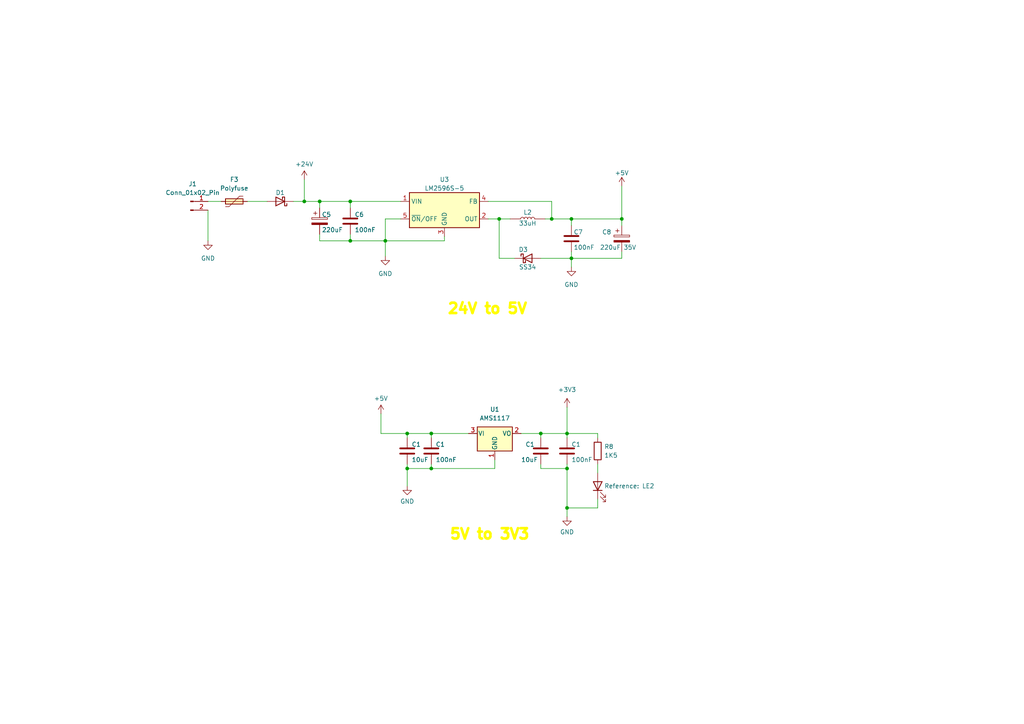
<source format=kicad_sch>
(kicad_sch (version 20230121) (generator eeschema)
  (paper "A4")
  (lib_symbols
    (symbol "Device:D_Schottky" (pin_numbers hide) (pin_names (offset 1.016) hide)
      (property "Reference" "D" (at 0 2.54 0))
      (property "Value" "D_Schottky" (at 0 -2.54 0))
      (symbol "D_Schottky_0_1"
        (polyline (pts (xy 1.27 0) (xy -1.27 0)))
        (polyline (pts (xy 1.27 1.27) (xy 1.27 -1.27) (xy -1.27 0) (xy 1.27 1.27)) (stroke (width 0.254)))
        (polyline (pts (xy -1.905 0.635) (xy -1.905 1.27) (xy -1.27 1.27) (xy -1.27 -1.27) (xy -0.635 -1.27) (xy -0.635 -0.635)) (stroke (width 0.254)))
      )
      (symbol "D_Schottky_1_1"
        (pin passive line (at -3.81 0 0) (length 2.54) (name "K") (number "1"))
        (pin passive line (at 3.81 0 180) (length 2.54) (name "A") (number "2"))
      )
    )
    (symbol "Device:R" (pin_numbers hide) (pin_names (offset 0))
      (property "Reference" "R" (at 2.032 0 90))
      (property "Value" "R" (at 0 0 90))
      (symbol "R_0_1"
        (rectangle (start -1.016 -2.54) (end 1.016 2.54) (stroke (width 0.254)))
      )
      (symbol "R_1_1"
        (pin passive line (at 0 3.81 270) (length 1.27) (name "~") (number "1"))
        (pin passive line (at 0 -3.81 90) (length 1.27) (name "~") (number "2"))
      )
    )
    (symbol "IVS_SYMBOLS:AMS1117" (pin_names (offset 0.254))
      (property "Reference" "U" (at -3.81 3.175 0))
      (property "Value" "AMS1117" (at 0 3.175 0))
      (symbol "AMS1117_0_1"
        (rectangle (start -5.08 -5.08) (end 5.08 1.905) (stroke (width 0.254)) (fill (type background)))
      )
      (symbol "AMS1117_1_1"
        (pin power_in line (at 0 -7.62 90) (length 2.54) (name "GND") (number "1"))
        (pin power_out line (at 7.62 0 180) (length 2.54) (name "VO") (number "2"))
        (pin power_in line (at -7.62 0 0) (length 2.54) (name "VI") (number "3"))
      )
    )
    (symbol "IVS_SYMBOLS:C" (pin_numbers hide) (pin_names (offset 0.254))
      (property "Reference" "C" (at 0.635 2.54 0))
      (property "Value" "C" (at 0.635 -2.54 0))
      (symbol "C_0_1"
        (polyline (pts (xy -2.032 -0.762) (xy 2.032 -0.762)) (stroke (width 0.508)))
        (polyline (pts (xy -2.032 0.762) (xy 2.032 0.762)) (stroke (width 0.508)))
      )
      (symbol "C_1_1"
        (pin passive line (at 0 3.81 270) (length 2.794) (name "~") (number "1"))
        (pin passive line (at 0 -3.81 90) (length 2.794) (name "~") (number "2"))
      )
    )
    (symbol "IVS_SYMBOLS:C_Polarized" (pin_numbers hide) (pin_names (offset 0.254))
      (property "Reference" "C" (at 0.635 2.54 0))
      (property "Value" "C_Polarized" (at 0.635 -2.54 0))
      (symbol "C_Polarized_0_1"
        (rectangle (start -2.286 0.508) (end 2.286 1.016))
        (polyline (pts (xy -1.778 2.286) (xy -0.762 2.286)))
        (polyline (pts (xy -1.27 2.794) (xy -1.27 1.778)))
        (rectangle (start 2.286 -0.508) (end -2.286 -1.016) (fill (type outline)))
      )
      (symbol "C_Polarized_1_1"
        (pin passive line (at 0 3.81 270) (length 2.794) (name "~") (number "1"))
        (pin passive line (at 0 -3.81 90) (length 2.794) (name "~") (number "2"))
      )
    )
    (symbol "IVS_SYMBOLS:Conn_01x02_Pin" (pin_names (offset 1.016) hide)
      (property "Reference" "J" (at 0 2.54 0))
      (property "Value" "Conn_01x02_Pin" (at 0 -5.08 0))
      (symbol "Conn_01x02_Pin_1_1"
        (polyline (pts (xy 1.27 -2.54) (xy 0.8636 -2.54)) (stroke (width 0.1524)))
        (polyline (pts (xy 1.27 0) (xy 0.8636 0)) (stroke (width 0.1524)))
        (rectangle (start 0.8636 -2.413) (end 0 -2.667) (stroke (width 0.1524)) (fill (type outline)))
        (rectangle (start 0.8636 0.127) (end 0 -0.127) (stroke (width 0.1524)) (fill (type outline)))
        (pin passive line (at 5.08 0 180) (length 3.81) (name "Pin_1") (number "1"))
        (pin passive line (at 5.08 -2.54 180) (length 3.81) (name "Pin_2") (number "2"))
      )
    )
    (symbol "IVS_SYMBOLS:L" (pin_numbers hide) (pin_names (offset 0.254) hide)
      (property "Reference" "L" (at 0.762 1.016 0))
      (property "Value" "L_Small" (at 0.762 -1.016 0))
      (symbol "L_0_1"
        (arc (start 0 -2.032) (mid 0.5058 -1.524) (end 0 -1.016))
        (arc (start 0 -1.016) (mid 0.5058 -0.508) (end 0 0))
        (arc (start 0 0) (mid 0.5058 0.508) (end 0 1.016))
        (arc (start 0 1.016) (mid 0.5058 1.524) (end 0 2.032))
      )
      (symbol "L_1_1"
        (pin passive line (at 0 5.08 270) (length 3.048) (name "~") (number "1"))
        (pin passive line (at 0 -5.08 90) (length 3.048) (name "~") (number "2"))
      )
    )
    (symbol "IVS_SYMBOLS:LED" (pin_numbers hide) (pin_names (offset 1.016) hide)
      (property "Reference" "D" (at 0 2.54 0))
      (property "Value" "LED" (at 0 -2.54 0))
      (symbol "LED_0_1"
        (polyline (pts (xy -1.27 -1.27) (xy -1.27 1.27)) (stroke (width 0.254)))
        (polyline (pts (xy -1.27 0) (xy 1.27 0)))
        (polyline (pts (xy 1.27 -1.27) (xy 1.27 1.27) (xy -1.27 0) (xy 1.27 -1.27)) (stroke (width 0.254)))
        (polyline (pts (xy -3.048 -0.762) (xy -4.572 -2.286) (xy -3.81 -2.286) (xy -4.572 -2.286) (xy -4.572 -1.524)))
        (polyline (pts (xy -1.778 -0.762) (xy -3.302 -2.286) (xy -2.54 -2.286) (xy -3.302 -2.286) (xy -3.302 -1.524)))
      )
      (symbol "LED_1_1"
        (pin passive line (at -3.81 0 0) (length 2.54) (name "K") (number "1"))
        (pin passive line (at 3.81 0 180) (length 2.54) (name "A") (number "2"))
      )
    )
    (symbol "IVS_SYMBOLS:Polyfuse" (pin_numbers hide) (pin_names (offset 0))
      (property "Reference" "F" (at -2.54 0 90))
      (property "Value" "Polyfuse" (at 2.54 0 90))
      (symbol "Polyfuse_0_1"
        (polyline (pts (xy 0 2.54) (xy 0 -2.54)))
        (polyline (pts (xy -1.524 2.54) (xy -1.524 1.524) (xy 1.524 -1.524) (xy 1.524 -2.54)))
      )
      (symbol "Polyfuse_1_1"
        (rectangle (start -0.762 2.54) (end 0.762 -2.54) (stroke (width 0.254)) (fill (type background)))
        (pin passive line (at 0 3.81 270) (length 1.27) (name "~") (number "1"))
        (pin passive line (at 0 -3.81 90) (length 1.27) (name "~") (number "2"))
      )
    )
    (symbol "Regulator_Switching:LM2596S-5"
      (property "Reference" "U" (at -10.16 6.35 0))
      (property "Value" "LM2596S-5" (at 0 6.35 0))
      (symbol "LM2596S-5_0_1"
        (rectangle (start -10.16 5.08) (end 10.16 -5.08) (stroke (width 0.254)) (fill (type background)))
      )
      (symbol "LM2596S-5_1_1"
        (pin power_in line (at -12.7 2.54 0) (length 2.54) (name "VIN") (number "1"))
        (pin output line (at 12.7 -2.54 180) (length 2.54) (name "OUT") (number "2"))
        (pin power_in line (at 0 -7.62 90) (length 2.54) (name "GND") (number "3"))
        (pin input line (at 12.7 2.54 180) (length 2.54) (name "FB") (number "4"))
        (pin input line (at -12.7 -2.54 0) (length 2.54) (name "~{ON}/OFF") (number "5"))
      )
    )
    (symbol "power:+24V" (power) (pin_names (offset 0))
      (property "Value" "+24V" (at 0 3.556 0))
      (symbol "+24V_0_1"
        (polyline (pts (xy -0.762 1.27) (xy 0 2.54)))
        (polyline (pts (xy 0 0) (xy 0 2.54)))
        (polyline (pts (xy 0 2.54) (xy 0.762 1.27)))
      )
      (symbol "+24V_1_1"
        (pin power_in line (at 0 0 90) (length 0) hide (name "+24V") (number "1"))
      )
    )
    (symbol "power:+3V3" (power) (pin_names (offset 0))
      (property "Value" "+3V3" (at 0 3.556 0))
      (symbol "+3V3_0_1"
        (polyline (pts (xy -0.762 1.27) (xy 0 2.54)))
        (polyline (pts (xy 0 0) (xy 0 2.54)))
        (polyline (pts (xy 0 2.54) (xy 0.762 1.27)))
      )
      (symbol "+3V3_1_1"
        (pin power_in line (at 0 0 90) (length 0) hide (name "+3V3") (number "1"))
      )
    )
    (symbol "power:+5V" (power) (pin_names (offset 0))
      (property "Value" "+5V" (at 0 3.556 0))
      (symbol "+5V_0_1"
        (polyline (pts (xy -0.762 1.27) (xy 0 2.54)))
        (polyline (pts (xy 0 0) (xy 0 2.54)))
        (polyline (pts (xy 0 2.54) (xy 0.762 1.27)))
      )
      (symbol "+5V_1_1"
        (pin power_in line (at 0 0 90) (length 0) hide (name "+5V") (number "1"))
      )
    )
    (symbol "power:GND" (power) (pin_names (offset 0))
      (property "Value" "GND" (at 0 -3.81 0))
      (symbol "GND_0_1"
        (polyline (pts (xy 0 0) (xy 0 -1.27) (xy 1.27 -1.27) (xy 0 -2.54) (xy -1.27 -1.27) (xy 0 -1.27)))
      )
      (symbol "GND_1_1"
        (pin power_in line (at 0 0 270) (length 0) hide (name "GND") (number "1"))
      )
    )
  )
  (junction (at 165.735 74.93))
  (junction (at 125.095 135.89))
  (junction (at 160.02 63.5))
  (junction (at 164.465 125.73))
  (junction (at 92.71 58.42))
  (junction (at 164.465 147.32))
  (junction (at 101.6 58.42))
  (junction (at 118.11 125.73))
  (junction (at 125.095 125.73))
  (junction (at 111.76 69.85))
  (junction (at 88.265 58.42))
  (junction (at 144.78 63.5))
  (junction (at 101.6 69.85))
  (junction (at 180.34 63.5))
  (junction (at 165.735 63.5))
  (junction (at 164.465 135.89))
  (junction (at 156.845 125.73))
  (junction (at 118.11 135.89))
  (wire (pts (xy 101.6 58.42) (xy 92.71 58.42)))
  (wire (pts (xy 118.11 125.73) (xy 125.095 125.73)))
  (wire (pts (xy 165.735 74.93) (xy 165.735 73.025)))
  (wire (pts (xy 118.11 135.89) (xy 118.11 140.97)))
  (wire (pts (xy 165.735 63.5) (xy 180.34 63.5)))
  (wire (pts (xy 156.845 127) (xy 156.845 125.73)))
  (wire (pts (xy 111.76 69.85) (xy 128.905 69.85)))
  (wire (pts (xy 71.755 58.42) (xy 77.47 58.42)))
  (wire (pts (xy 101.6 58.42) (xy 101.6 60.325)))
  (wire (pts (xy 164.465 134.62) (xy 164.465 135.89)))
  (wire (pts (xy 165.735 74.93) (xy 180.34 74.93)))
  (wire (pts (xy 173.355 127) (xy 173.355 125.73)))
  (wire (pts (xy 165.735 63.5) (xy 165.735 65.405)))
  (wire (pts (xy 180.34 73.025) (xy 180.34 74.93)))
  (wire (pts (xy 118.11 135.89) (xy 118.11 134.62)))
  (wire (pts (xy 111.76 69.85) (xy 111.76 63.5)))
  (wire (pts (xy 173.355 147.32) (xy 164.465 147.32)))
  (wire (pts (xy 101.6 58.42) (xy 116.205 58.42)))
  (wire (pts (xy 110.49 125.73) (xy 118.11 125.73)))
  (wire (pts (xy 60.325 60.96) (xy 60.325 69.85)))
  (wire (pts (xy 125.095 125.73) (xy 135.89 125.73)))
  (wire (pts (xy 88.265 58.42) (xy 92.71 58.42)))
  (wire (pts (xy 149.225 74.93) (xy 144.78 74.93)))
  (wire (pts (xy 156.845 134.62) (xy 156.845 135.89)))
  (wire (pts (xy 111.76 69.85) (xy 111.76 74.295)))
  (wire (pts (xy 60.325 58.42) (xy 64.135 58.42)))
  (wire (pts (xy 111.76 63.5) (xy 116.205 63.5)))
  (wire (pts (xy 173.355 134.62) (xy 173.355 137.16)))
  (wire (pts (xy 144.78 74.93) (xy 144.78 63.5)))
  (wire (pts (xy 173.355 144.78) (xy 173.355 147.32)))
  (wire (pts (xy 151.13 125.73) (xy 156.845 125.73)))
  (wire (pts (xy 164.465 135.89) (xy 164.465 147.32)))
  (wire (pts (xy 125.095 127) (xy 125.095 125.73)))
  (wire (pts (xy 160.02 63.5) (xy 165.735 63.5)))
  (wire (pts (xy 101.6 69.85) (xy 111.76 69.85)))
  (wire (pts (xy 85.09 58.42) (xy 88.265 58.42)))
  (wire (pts (xy 156.845 125.73) (xy 164.465 125.73)))
  (wire (pts (xy 141.605 58.42) (xy 160.02 58.42)))
  (wire (pts (xy 143.51 133.35) (xy 143.51 135.89)))
  (wire (pts (xy 144.78 63.5) (xy 147.955 63.5)))
  (wire (pts (xy 164.465 127) (xy 164.465 125.73)))
  (wire (pts (xy 101.6 67.945) (xy 101.6 69.85)))
  (wire (pts (xy 92.71 58.42) (xy 92.71 60.325)))
  (wire (pts (xy 164.465 147.32) (xy 164.465 149.86)))
  (wire (pts (xy 164.465 118.11) (xy 164.465 125.73)))
  (wire (pts (xy 164.465 125.73) (xy 173.355 125.73)))
  (wire (pts (xy 160.02 58.42) (xy 160.02 63.5)))
  (wire (pts (xy 88.265 52.07) (xy 88.265 58.42)))
  (wire (pts (xy 156.845 135.89) (xy 164.465 135.89)))
  (wire (pts (xy 158.115 63.5) (xy 160.02 63.5)))
  (wire (pts (xy 125.095 135.89) (xy 125.095 134.62)))
  (wire (pts (xy 165.735 74.93) (xy 165.735 77.47)))
  (wire (pts (xy 128.905 69.85) (xy 128.905 68.58)))
  (wire (pts (xy 92.71 67.945) (xy 92.71 69.85)))
  (wire (pts (xy 141.605 63.5) (xy 144.78 63.5)))
  (wire (pts (xy 143.51 135.89) (xy 125.095 135.89)))
  (wire (pts (xy 180.34 53.975) (xy 180.34 63.5)))
  (wire (pts (xy 110.49 125.73) (xy 110.49 120.015)))
  (wire (pts (xy 92.71 69.85) (xy 101.6 69.85)))
  (wire (pts (xy 180.34 63.5) (xy 180.34 65.405)))
  (wire (pts (xy 156.845 74.93) (xy 165.735 74.93)))
  (wire (pts (xy 118.11 135.89) (xy 125.095 135.89)))
  (wire (pts (xy 118.11 127) (xy 118.11 125.73)))
  (text "5V to 3V3" (at 130.175 156.845 0) (effects (font (size 3 3) (thickness 2) bold) (justify left bottom)))
  (text "24V to 5V" (at 129.54 91.44 0) (effects (font (size 3 3) (thickness 2) bold) (justify left bottom)))
  (symbol (lib_id "IVS_SYMBOLS:C_Polarized") (at 180.34 69.215 0) (unit 1)
    (property "Reference" "C8" (at 174.625 67.31 0) (effects (justify left)))
    (property "Value" "220uF 35V" (at 173.99 71.755 0) (effects (justify left)))
    (property "Footprint" "IVS_FOOTPRINTS:CP_Alu_SMD_8x10.5mm" (effects hide))
    (instances (project "KingPump" (path "" (reference "C8") (unit 1))) (project "MayLuuDong" (path "" (reference "C28") (unit 1))))
  )
  (symbol (lib_id "IVS_SYMBOLS:C") (at 156.845 130.81 0) (unit 1)
    (property "Reference" "C1" (at 152.4 128.905 0) (effects (justify left)))
    (property "Value" "10uF" (at 151.13 133.35 0) (effects (justify left)))
    (property "Footprint" "IVS_FOOTPRINTS:C_0603" (effects hide))
    (instances (project "KingPump" (path "" (reference "C1") (unit 1)) (path "" (reference "C11") (unit 1))))
  )
  (symbol (lib_id "IVS_SYMBOLS:C") (at 165.735 69.215 0) (unit 1)
    (property "Reference" "C7" (at 166.37 67.31 0) (effects (justify left)))
    (property "Value" "100nF" (at 166.37 71.755 0) (effects (justify left)))
    (property "Footprint" "IVS_FOOTPRINTS:C_1206" (effects hide))
    (instances (project "KingPump" (path "" (reference "C7") (unit 1))) (project "MayLuuDong" (path "" (reference "C29") (unit 1))))
  )
  (symbol (lib_id "IVS_SYMBOLS:C") (at 125.095 130.81 0) (unit 1)
    (property "Reference" "C1" (at 126.365 128.905 0) (effects (justify left)))
    (property "Value" "100nF" (at 126.365 133.35 0) (effects (justify left)))
    (property "Footprint" "IVS_FOOTPRINTS:C_0603" (effects hide))
    (instances (project "KingPump" (path "" (reference "C1") (unit 1)) (path "" (reference "C10") (unit 1))))
  )
  (symbol (lib_id "Device:D_Schottky") (at 81.28 58.42 180) (unit 1)
    (property "Reference" "D1" (at 81.28 55.88 0))
    (property "Value" "SS56" (effects hide))
    (property "Footprint" "IVS_FOOTPRINTS:D_SMA" (effects hide))
    (instances (project "KingPump" (path "" (reference "D1") (unit 1))) (project "MayLuuDong" (path "" (reference "D11") (unit 1))))
  )
  (symbol (lib_id "power:+5V") (at 180.34 53.975 0) (unit 1)
    (property "Reference" "#PWR045" (effects hide))
    (property "Value" "+5V" (at 180.34 50.165 0))
    (instances (project "KingPump" (path "" (reference "#PWR045") (unit 1))) (project "MayLuuDong" (path "" (reference "#PWR027") (unit 1))))
  )
  (symbol (lib_id "IVS_SYMBOLS:C") (at 118.11 130.81 0) (unit 1)
    (property "Reference" "C1" (at 119.38 128.905 0) (effects (justify left)))
    (property "Value" "10uF" (at 119.38 133.35 0) (effects (justify left)))
    (property "Footprint" "IVS_FOOTPRINTS:C_0603" (effects hide))
    (instances (project "KingPump" (path "" (reference "C1") (unit 1)) (path "" (reference "C9") (unit 1))))
  )
  (symbol (lib_id "power:GND") (at 111.76 74.295 0) (unit 1)
    (property "Reference" "#PWR02" (effects hide))
    (property "Value" "GND" (at 111.76 79.375 0))
    (instances (project "KingPump" (path "" (reference "#PWR02") (unit 1))) (project "MayLuuDong" (path "" (reference "#PWR023") (unit 1))))
  )
  (symbol (lib_id "power:GND") (at 165.735 77.47 0) (unit 1)
    (property "Reference" "#PWR044" (effects hide))
    (property "Value" "GND" (at 165.735 82.55 0))
    (instances (project "KingPump" (path "" (reference "#PWR044") (unit 1))) (project "MayLuuDong" (path "" (reference "#PWR023") (unit 1))))
  )
  (symbol (lib_id "Device:R") (at 173.355 130.81 0) (unit 1)
    (property "Reference" "R8" (at 175.26 129.54 0) (effects (justify left)))
    (property "Value" "1K5" (at 175.26 132.08 0) (effects (justify left)))
    (property "Footprint" "IVS_FOOTPRINTS:R_0603" (effects hide))
  )
  (symbol (lib_id "power:GND") (at 118.11 140.97 0) (unit 1)
    (property "Reference" "#PWR01" (effects hide))
    (property "Value" "GND" (at 118.11 145.415 0))
    (instances (project "KingPump" (path "" (reference "#PWR01") (unit 1)) (path "" (reference "#PWR04") (unit 1))))
  )
  (symbol (lib_id "power:+24V") (at 88.265 52.07 0) (unit 1)
    (property "Reference" "#PWR010" (effects hide))
    (property "Value" "+24V" (at 88.265 47.625 0))
  )
  (symbol (lib_id "IVS_SYMBOLS:Polyfuse") (at 67.945 58.42 90) (unit 1)
    (property "Reference" "F3" (at 67.945 52.07 90))
    (property "Value" "Polyfuse" (at 67.945 54.61 90))
    (property "Footprint" "IVS_FOOTPRINTS:Fuse_1812_4532Metric" (effects hide))
  )
  (symbol (lib_id "power:GND") (at 60.325 69.85 0) (unit 1)
    (property "Reference" "#PWR01" (effects hide))
    (property "Value" "GND" (at 60.325 74.93 0))
    (instances (project "KingPump" (path "" (reference "#PWR01") (unit 1))) (project "MayLuuDong" (path "" (reference "#PWR023") (unit 1))))
  )
  (symbol (lib_id "IVS_SYMBOLS:AMS1117") (at 143.51 125.73 0) (unit 1)
    (property "Reference" "U1" (at 143.51 118.745 0))
    (property "Value" "AMS1117" (at 143.51 121.285 0))
    (property "Footprint" "IVS_FOOTPRINTS:SOT233" (effects hide))
    (property "Datasheet" "http://www.advanced-monolithic.com/pdf/ds1117.pdf" (effects hide))
  )
  (symbol (lib_id "Regulator_Switching:LM2596S-5") (at 128.905 60.96 0) (unit 1)
    (property "Reference" "U3" (at 128.905 52.07 0))
    (property "Value" "LM2596S-5" (at 128.905 54.61 0))
    (property "Footprint" "Package_TO_SOT_SMD:TO-263-5_TabPin3" (effects hide))
    (property "Datasheet" "http://www.ti.com/lit/ds/symlink/lm2596.pdf" (effects hide))
  )
  (symbol (lib_id "IVS_SYMBOLS:Conn_01x02_Pin") (at 55.245 58.42 0) (unit 1)
    (property "Reference" "J1" (at 55.88 53.34 0))
    (property "Value" "Conn_01x02_Pin" (at 55.88 55.88 0))
    (property "Footprint" "TerminalBlock_Phoenix:TerminalBlock_Phoenix_MKDS-1,5-2-5.08_1x02_P5.08mm_Horizontal" (effects hide))
  )
  (symbol (lib_id "IVS_SYMBOLS:LED") (at 173.355 140.97 90) (unit 1)
    (property "Reference" "LE2" (at 175.26 140.97 90) (show_name) (effects (justify right)))
    (property "Value" "Led" (effects hide))
    (property "Footprint" "IVS_FOOTPRINTS:LED_0603" (effects hide))
    (instances (project "KingPump" (path "" (reference "LE2") (unit 1))) (project "MayLuuDong" (path "" (reference "Led4") (unit 1))))
  )
  (symbol (lib_id "IVS_SYMBOLS:L") (at 153.035 63.5 90) (unit 1)
    (property "Reference" "L2" (at 153.035 61.595 90))
    (property "Value" "33uH" (at 153.035 64.77 90))
    (property "Footprint" "IVS_FOOTPRINTS:L_Bourns_SRR1260" (effects hide))
  )
  (symbol (lib_id "IVS_SYMBOLS:C") (at 101.6 64.135 0) (unit 1)
    (property "Reference" "C6" (at 102.87 62.23 0) (effects (justify left)))
    (property "Value" "100nF" (at 102.87 66.675 0) (effects (justify left)))
    (property "Footprint" "IVS_FOOTPRINTS:C_1206" (effects hide))
    (instances (project "KingPump" (path "" (reference "C6") (unit 1))) (project "MayLuuDong" (path "" (reference "C27") (unit 1))))
  )
  (symbol (lib_id "Device:D_Schottky") (at 153.035 74.93 0) (unit 1)
    (property "Reference" "D3" (at 151.765 72.39 0))
    (property "Value" "SS34" (at 153.035 77.47 0))
    (property "Footprint" "IVS_FOOTPRINTS:D_SMA" (effects hide))
    (instances (project "KingPump" (path "" (reference "D3") (unit 1))) (project "MayLuuDong" (path "" (reference "D6") (unit 1))))
  )
  (symbol (lib_id "IVS_SYMBOLS:C_Polarized") (at 92.71 64.135 0) (unit 1)
    (property "Reference" "C5" (at 93.345 62.23 0) (effects (justify left)))
    (property "Value" "220uF" (at 93.345 66.675 0) (effects (justify left)))
    (property "Footprint" "IVS_FOOTPRINTS:CP_Alu_SMD_8x10.5mm" (effects hide))
    (instances (project "KingPump" (path "" (reference "C5") (unit 1))) (project "MayLuuDong" (path "" (reference "C26") (unit 1))))
  )
  (symbol (lib_id "IVS_SYMBOLS:C") (at 164.465 130.81 0) (unit 1)
    (property "Reference" "C1" (at 165.735 128.905 0) (effects (justify left)))
    (property "Value" "100nF" (at 165.735 133.35 0) (effects (justify left)))
    (property "Footprint" "IVS_FOOTPRINTS:C_0603" (effects hide))
    (instances (project "KingPump" (path "" (reference "C1") (unit 1)) (path "" (reference "C12") (unit 1))))
  )
  (symbol (lib_id "power:+5V") (at 110.49 120.015 0) (unit 1)
    (property "Reference" "#PWR05" (effects hide))
    (property "Value" "+5V" (at 110.49 115.57 0))
  )
  (symbol (lib_id "power:GND") (at 164.465 149.86 0) (unit 1)
    (property "Reference" "#PWR01" (effects hide))
    (property "Value" "GND" (at 164.465 154.305 0))
    (instances (project "KingPump" (path "" (reference "#PWR01") (unit 1)) (path "" (reference "#PWR03") (unit 1))))
  )
  (symbol (lib_id "power:+3V3") (at 164.465 118.11 0) (unit 1)
    (property "Reference" "#PWR06" (effects hide))
    (property "Value" "+3V3" (at 164.465 113.03 0))
  )
)
</source>
